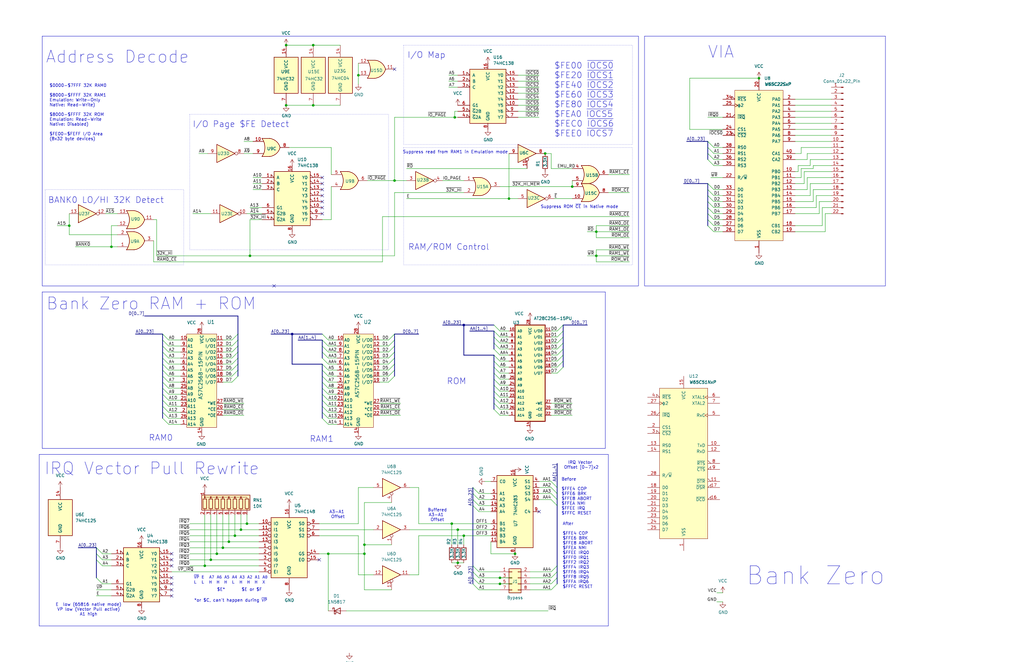
<source format=kicad_sch>
(kicad_sch (version 20231120) (generator "eeschema") (generator_version "8.0")
  (paper "B")
  (junction (at 193.04 237.49))
  (junction (at 217.17 233.68))
  (junction (at 251.46 107.95))
  (junction (at 195.58 226.06))
  (junction (at 123.19 140.97))
  (junction (at 101.6 223.52))
  (junction (at 195.58 137.16))
  (junction (at 251.46 97.79))
  (junction (at 99.06 226.06))
  (junction (at 190.5 220.98))
  (junction (at 93.98 231.14))
  (junction (at 320.04 33.02))
  (junction (at 132.08 44.45))
  (junction (at 241.3 78.74))
  (junction (at 104.14 220.98))
  (junction (at 229.87 64.77))
  (junction (at 132.08 19.05))
  (junction (at 88.9 236.22))
  (junction (at 166.37 76.2))
  (junction (at 120.65 44.45))
  (junction (at 151.13 31.75))
  (junction (at 91.44 233.68))
  (junction (at 193.04 223.52))
  (junction (at 96.52 228.6))
  (junction (at 153.67 229.87))
  (junction (at 86.36 238.76))
  (junction (at 105.41 107.95))
  (junction (at 120.65 19.05))
  (junction (at 191.77 49.53))
  (junction (at 29.21 95.25))
  (junction (at 210.82 246.38))
  (junction (at 214.63 83.82))
  (junction (at 46.99 104.14))
  (junction (at 210.82 243.84))
  (junction (at 153.67 233.68))
  (junction (at 138.43 233.68))
  (no_connect (at 72.39 246.38))
  (no_connect (at 135.89 87.63))
  (no_connect (at 72.39 238.76))
  (no_connect (at 115.57 120.65))
  (no_connect (at 135.89 90.17))
  (no_connect (at 227.33 215.9))
  (no_connect (at 135.89 77.47))
  (no_connect (at 72.39 236.22))
  (no_connect (at 134.62 236.22))
  (no_connect (at 72.39 233.68))
  (no_connect (at 135.89 74.93))
  (no_connect (at 72.39 243.84))
  (no_connect (at 135.89 85.09))
  (no_connect (at 166.37 29.21))
  (no_connect (at 135.89 80.01))
  (no_connect (at 72.39 251.46))
  (no_connect (at 135.89 82.55))
  (no_connect (at 72.39 248.92))
  (bus_entry (at 298.45 64.77) (size 2.54 2.54))
  (bus_entry (at 208.28 147.32) (size 2.54 2.54))
  (bus_entry (at 234.95 243.84) (size -2.54 2.54))
  (bus_entry (at 298.45 87.63) (size 2.54 2.54))
  (bus_entry (at 68.58 158.75) (size 2.54 2.54))
  (bus_entry (at 135.89 171.45) (size 2.54 2.54))
  (bus_entry (at 68.58 151.13) (size 2.54 2.54))
  (bus_entry (at 237.49 152.4) (size -2.54 2.54))
  (bus_entry (at 135.89 153.67) (size 2.54 2.54))
  (bus_entry (at 68.58 163.83) (size 2.54 2.54))
  (bus_entry (at 135.89 166.37) (size 2.54 2.54))
  (bus_entry (at 234.95 246.38) (size -2.54 2.54))
  (bus_entry (at 199.39 213.36) (size 2.54 2.54))
  (bus_entry (at 40.64 236.22) (size 2.54 2.54))
  (bus_entry (at 199.39 208.28) (size 2.54 2.54))
  (bus_entry (at 68.58 156.21) (size 2.54 2.54))
  (bus_entry (at 135.89 163.83) (size 2.54 2.54))
  (bus_entry (at 68.58 173.99) (size 2.54 2.54))
  (bus_entry (at 166.37 148.59) (size -2.54 2.54))
  (bus_entry (at 298.45 90.17) (size 2.54 2.54))
  (bus_entry (at 100.33 146.05) (size -2.54 2.54))
  (bus_entry (at 234.95 213.36) (size -2.54 -2.54))
  (bus_entry (at 166.37 146.05) (size -2.54 2.54))
  (bus_entry (at 68.58 166.37) (size 2.54 2.54))
  (bus_entry (at 237.49 142.24) (size -2.54 2.54))
  (bus_entry (at 135.89 158.75) (size 2.54 2.54))
  (bus_entry (at 208.28 137.16) (size 2.54 2.54))
  (bus_entry (at 298.45 59.69) (size 2.54 2.54))
  (bus_entry (at 208.28 160.02) (size 2.54 2.54))
  (bus_entry (at 135.89 168.91) (size 2.54 2.54))
  (bus_entry (at 199.39 205.74) (size 2.54 2.54))
  (bus_entry (at 40.64 233.68) (size 2.54 2.54))
  (bus_entry (at 135.89 161.29) (size 2.54 2.54))
  (bus_entry (at 298.45 95.25) (size 2.54 2.54))
  (bus_entry (at 298.45 62.23) (size 2.54 2.54))
  (bus_entry (at 68.58 143.51) (size 2.54 2.54))
  (bus_entry (at 237.49 154.94) (size -2.54 2.54))
  (bus_entry (at 68.58 168.91) (size 2.54 2.54))
  (bus_entry (at 100.33 156.21) (size -2.54 2.54))
  (bus_entry (at 234.95 205.74) (size -2.54 -2.54))
  (bus_entry (at 237.49 147.32) (size -2.54 2.54))
  (bus_entry (at 234.95 210.82) (size -2.54 -2.54))
  (bus_entry (at 100.33 153.67) (size -2.54 2.54))
  (bus_entry (at 40.64 243.84) (size 2.54 2.54))
  (bus_entry (at 135.89 140.97) (size 2.54 2.54))
  (bus_entry (at 135.89 146.05) (size 2.54 2.54))
  (bus_entry (at 199.39 241.3) (size 2.54 2.54))
  (bus_entry (at 68.58 140.97) (size 2.54 2.54))
  (bus_entry (at 68.58 161.29) (size 2.54 2.54))
  (bus_entry (at 208.28 142.24) (size 2.54 2.54))
  (bus_entry (at 234.95 238.76) (size -2.54 2.54))
  (bus_entry (at 298.45 82.55) (size 2.54 2.54))
  (bus_entry (at 208.28 162.56) (size 2.54 2.54))
  (bus_entry (at 298.45 77.47) (size 2.54 2.54))
  (bus_entry (at 208.28 172.72) (size 2.54 2.54))
  (bus_entry (at 68.58 146.05) (size 2.54 2.54))
  (bus_entry (at 166.37 153.67) (size -2.54 2.54))
  (bus_entry (at 208.28 144.78) (size 2.54 2.54))
  (bus_entry (at 68.58 176.53) (size 2.54 2.54))
  (bus_entry (at 298.45 92.71) (size 2.54 2.54))
  (bus_entry (at 40.64 231.14) (size 2.54 2.54))
  (bus_entry (at 208.28 139.7) (size 2.54 2.54))
  (bus_entry (at 208.28 170.18) (size 2.54 2.54))
  (bus_entry (at 68.58 148.59) (size 2.54 2.54))
  (bus_entry (at 100.33 140.97) (size -2.54 2.54))
  (bus_entry (at 234.95 241.3) (size -2.54 2.54))
  (bus_entry (at 208.28 167.64) (size 2.54 2.54))
  (bus_entry (at 298.45 80.01) (size 2.54 2.54))
  (bus_entry (at 199.39 243.84) (size 2.54 2.54))
  (bus_entry (at 237.49 137.16) (size -2.54 2.54))
  (bus_entry (at 166.37 143.51) (size -2.54 2.54))
  (bus_entry (at 100.33 143.51) (size -2.54 2.54))
  (bus_entry (at 234.95 208.28) (size -2.54 -2.54))
  (bus_entry (at 199.39 238.76) (size 2.54 2.54))
  (bus_entry (at 135.89 151.13) (size 2.54 2.54))
  (bus_entry (at 68.58 153.67) (size 2.54 2.54))
  (bus_entry (at 100.33 158.75) (size -2.54 2.54))
  (bus_entry (at 208.28 157.48) (size 2.54 2.54))
  (bus_entry (at 199.39 210.82) (size 2.54 2.54))
  (bus_entry (at 298.45 85.09) (size 2.54 2.54))
  (bus_entry (at 135.89 148.59) (size 2.54 2.54))
  (bus_entry (at 199.39 246.38) (size 2.54 2.54))
  (bus_entry (at 100.33 148.59) (size -2.54 2.54))
  (bus_entry (at 166.37 158.75) (size -2.54 2.54))
  (bus_entry (at 237.49 149.86) (size -2.54 2.54))
  (bus_entry (at 166.37 156.21) (size -2.54 2.54))
  (bus_entry (at 208.28 154.94) (size 2.54 2.54))
  (bus_entry (at 100.33 151.13) (size -2.54 2.54))
  (bus_entry (at 135.89 156.21) (size 2.54 2.54))
  (bus_entry (at 208.28 165.1) (size 2.54 2.54))
  (bus_entry (at 237.49 144.78) (size -2.54 2.54))
  (bus_entry (at 135.89 173.99) (size 2.54 2.54))
  (bus_entry (at 166.37 151.13) (size -2.54 2.54))
  (bus_entry (at 68.58 171.45) (size 2.54 2.54))
  (bus_entry (at 135.89 176.53) (size 2.54 2.54))
  (bus_entry (at 135.89 143.51) (size 2.54 2.54))
  (bus_entry (at 208.28 149.86) (size 2.54 2.54))
  (bus_entry (at 298.45 67.31) (size 2.54 2.54))
  (bus_entry (at 166.37 140.97) (size -2.54 2.54))
  (bus_entry (at 208.28 152.4) (size 2.54 2.54))
  (bus_entry (at 237.49 139.7) (size -2.54 2.54))
  (bus (pts (xy 100.33 146.05) (xy 100.33 148.59)))
  (wire (pts (xy 210.82 243.84) (xy 215.9 243.84)))
  (bus (pts (xy 123.19 153.67) (xy 135.89 153.67)))
  (wire (pts (xy 93.98 143.51) (xy 97.79 143.51)))
  (bus (pts (xy 234.95 195.58) (xy 234.95 205.74)))
  (wire (pts (xy 153.67 229.87) (xy 153.67 233.68)))
  (wire (pts (xy 81.28 90.17) (xy 88.9 90.17)))
  (wire (pts (xy 299.72 74.93) (xy 304.8 74.93)))
  (wire (pts (xy 304.8 82.55) (xy 300.99 82.55)))
  (wire (pts (xy 210.82 139.7) (xy 214.63 139.7)))
  (wire (pts (xy 347.98 90.17) (xy 350.52 90.17)))
  (wire (pts (xy 71.12 176.53) (xy 76.2 176.53)))
  (wire (pts (xy 335.28 74.93) (xy 337.82 74.93)))
  (bus (pts (xy 100.33 133.35) (xy 100.33 140.97)))
  (wire (pts (xy 247.65 97.79) (xy 251.46 97.79)))
  (wire (pts (xy 195.58 226.06) (xy 195.58 229.87)))
  (bus (pts (xy 234.95 210.82) (xy 234.95 208.28)))
  (wire (pts (xy 190.5 220.98) (xy 207.01 220.98)))
  (bus (pts (xy 234.95 238.76) (xy 234.95 241.3)))
  (wire (pts (xy 346.71 95.25) (xy 346.71 87.63)))
  (wire (pts (xy 335.28 95.25) (xy 346.71 95.25)))
  (bus (pts (xy 208.28 170.18) (xy 208.28 172.72)))
  (wire (pts (xy 171.45 83.82) (xy 214.63 83.82)))
  (wire (pts (xy 172.72 242.57) (xy 176.53 242.57)))
  (wire (pts (xy 214.63 64.77) (xy 214.63 83.82)))
  (wire (pts (xy 151.13 220.98) (xy 151.13 205.74)))
  (wire (pts (xy 176.53 205.74) (xy 176.53 220.98)))
  (wire (pts (xy 189.23 36.83) (xy 193.04 36.83)))
  (wire (pts (xy 251.46 105.41) (xy 251.46 107.95)))
  (bus (pts (xy 298.45 90.17) (xy 298.45 92.71)))
  (wire (pts (xy 190.5 237.49) (xy 193.04 237.49)))
  (wire (pts (xy 93.98 158.75) (xy 97.79 158.75)))
  (wire (pts (xy 191.77 49.53) (xy 193.04 49.53)))
  (wire (pts (xy 342.9 85.09) (xy 342.9 80.01)))
  (wire (pts (xy 93.98 161.29) (xy 97.79 161.29)))
  (bus (pts (xy 40.64 233.68) (xy 40.64 231.14)))
  (bus (pts (xy 33.02 231.14) (xy 40.64 231.14)))
  (wire (pts (xy 210.82 152.4) (xy 214.63 152.4)))
  (wire (pts (xy 138.43 161.29) (xy 142.24 161.29)))
  (bus (pts (xy 237.49 142.24) (xy 237.49 144.78)))
  (bus (pts (xy 234.95 241.3) (xy 234.95 243.84)))
  (wire (pts (xy 304.8 95.25) (xy 300.99 95.25)))
  (wire (pts (xy 93.98 148.59) (xy 97.79 148.59)))
  (bus (pts (xy 298.45 80.01) (xy 298.45 82.55)))
  (wire (pts (xy 191.77 46.99) (xy 191.77 49.53)))
  (wire (pts (xy 210.82 144.78) (xy 214.63 144.78)))
  (wire (pts (xy 232.41 152.4) (xy 234.95 152.4)))
  (wire (pts (xy 232.41 203.2) (xy 227.33 203.2)))
  (wire (pts (xy 101.6 217.17) (xy 101.6 223.52)))
  (bus (pts (xy 298.45 77.47) (xy 298.45 80.01)))
  (wire (pts (xy 335.28 64.77) (xy 337.82 64.77)))
  (bus (pts (xy 208.28 147.32) (xy 208.28 144.78)))
  (wire (pts (xy 207.01 208.28) (xy 201.93 208.28)))
  (wire (pts (xy 86.36 217.17) (xy 86.36 238.76)))
  (bus (pts (xy 68.58 173.99) (xy 68.58 176.53)))
  (wire (pts (xy 104.14 217.17) (xy 104.14 220.98)))
  (wire (pts (xy 335.28 77.47) (xy 339.09 77.47)))
  (bus (pts (xy 186.69 137.16) (xy 195.58 137.16)))
  (wire (pts (xy 44.45 90.17) (xy 49.53 90.17)))
  (bus (pts (xy 237.49 152.4) (xy 237.49 154.94)))
  (bus (pts (xy 237.49 147.32) (xy 237.49 149.86)))
  (bus (pts (xy 40.64 236.22) (xy 40.64 233.68)))
  (wire (pts (xy 344.17 82.55) (xy 350.52 82.55)))
  (wire (pts (xy 232.41 149.86) (xy 234.95 149.86)))
  (wire (pts (xy 91.44 233.68) (xy 109.22 233.68)))
  (bus (pts (xy 135.89 158.75) (xy 135.89 156.21)))
  (wire (pts (xy 154.94 76.2) (xy 166.37 76.2)))
  (wire (pts (xy 172.72 223.52) (xy 193.04 223.52)))
  (bus (pts (xy 100.33 153.67) (xy 100.33 156.21)))
  (bus (pts (xy 298.45 64.77) (xy 298.45 67.31)))
  (wire (pts (xy 71.12 161.29) (xy 76.2 161.29)))
  (wire (pts (xy 168.91 172.72) (xy 160.02 172.72)))
  (wire (pts (xy 218.44 46.99) (xy 227.33 46.99)))
  (wire (pts (xy 335.28 49.53) (xy 350.52 49.53)))
  (wire (pts (xy 232.41 157.48) (xy 234.95 157.48)))
  (wire (pts (xy 134.62 226.06) (xy 151.13 226.06)))
  (wire (pts (xy 232.41 208.28) (xy 227.33 208.28)))
  (wire (pts (xy 218.44 31.75) (xy 227.33 31.75)))
  (wire (pts (xy 251.46 100.33) (xy 265.43 100.33)))
  (wire (pts (xy 88.9 236.22) (xy 109.22 236.22)))
  (wire (pts (xy 300.99 64.77) (xy 304.8 64.77)))
  (wire (pts (xy 99.06 226.06) (xy 109.22 226.06)))
  (bus (pts (xy 208.28 165.1) (xy 208.28 162.56)))
  (wire (pts (xy 80.01 233.68) (xy 91.44 233.68)))
  (wire (pts (xy 151.13 205.74) (xy 157.48 205.74)))
  (wire (pts (xy 201.93 248.92) (xy 210.82 248.92)))
  (bus (pts (xy 199.39 246.38) (xy 199.39 243.84)))
  (wire (pts (xy 43.18 246.38) (xy 46.99 246.38)))
  (bus (pts (xy 68.58 171.45) (xy 68.58 168.91)))
  (wire (pts (xy 210.82 172.72) (xy 214.63 172.72)))
  (wire (pts (xy 151.13 226.06) (xy 151.13 242.57)))
  (wire (pts (xy 345.44 85.09) (xy 350.52 85.09)))
  (wire (pts (xy 207.01 228.6) (xy 207.01 233.68)))
  (wire (pts (xy 80.01 228.6) (xy 96.52 228.6)))
  (bus (pts (xy 135.89 173.99) (xy 135.89 171.45)))
  (bus (pts (xy 135.89 173.99) (xy 135.89 176.53)))
  (wire (pts (xy 335.28 41.91) (xy 350.52 41.91)))
  (bus (pts (xy 195.58 137.16) (xy 208.28 137.16)))
  (wire (pts (xy 300.99 62.23) (xy 304.8 62.23)))
  (wire (pts (xy 193.04 237.49) (xy 195.58 237.49)))
  (wire (pts (xy 207.01 215.9) (xy 201.93 215.9)))
  (wire (pts (xy 176.53 226.06) (xy 195.58 226.06)))
  (wire (pts (xy 88.9 217.17) (xy 88.9 236.22)))
  (wire (pts (xy 64.77 110.49) (xy 161.29 110.49)))
  (wire (pts (xy 304.8 97.79) (xy 300.99 97.79)))
  (wire (pts (xy 29.21 95.25) (xy 29.21 90.17)))
  (wire (pts (xy 71.12 153.67) (xy 76.2 153.67)))
  (wire (pts (xy 345.44 90.17) (xy 345.44 85.09)))
  (bus (pts (xy 234.95 213.36) (xy 234.95 238.76)))
  (bus (pts (xy 100.33 156.21) (xy 100.33 158.75)))
  (wire (pts (xy 106.68 80.01) (xy 110.49 80.01)))
  (wire (pts (xy 99.06 217.17) (xy 99.06 226.06)))
  (wire (pts (xy 210.82 149.86) (xy 214.63 149.86)))
  (wire (pts (xy 138.43 168.91) (xy 142.24 168.91)))
  (wire (pts (xy 241.3 170.18) (xy 232.41 170.18)))
  (wire (pts (xy 71.12 143.51) (xy 76.2 143.51)))
  (bus (pts (xy 199.39 213.36) (xy 199.39 210.82)))
  (bus (pts (xy 166.37 140.97) (xy 166.37 143.51)))
  (wire (pts (xy 43.18 233.68) (xy 46.99 233.68)))
  (wire (pts (xy 232.41 154.94) (xy 234.95 154.94)))
  (wire (pts (xy 40.64 251.46) (xy 46.99 251.46)))
  (wire (pts (xy 232.41 205.74) (xy 227.33 205.74)))
  (wire (pts (xy 43.18 238.76) (xy 46.99 238.76)))
  (bus (pts (xy 68.58 163.83) (xy 68.58 161.29)))
  (wire (pts (xy 66.04 107.95) (xy 66.04 92.71)))
  (wire (pts (xy 102.87 64.77) (xy 106.68 64.77)))
  (wire (pts (xy 134.62 223.52) (xy 157.48 223.52)))
  (bus (pts (xy 68.58 153.67) (xy 68.58 151.13)))
  (wire (pts (xy 176.53 242.57) (xy 176.53 226.06)))
  (wire (pts (xy 105.41 92.71) (xy 105.41 107.95)))
  (bus (pts (xy 176.53 140.97) (xy 166.37 140.97)))
  (wire (pts (xy 232.41 142.24) (xy 234.95 142.24)))
  (wire (pts (xy 193.04 223.52) (xy 193.04 229.87)))
  (wire (pts (xy 233.68 83.82) (xy 241.3 83.82)))
  (wire (pts (xy 210.82 142.24) (xy 214.63 142.24)))
  (bus (pts (xy 68.58 151.13) (xy 68.58 148.59)))
  (wire (pts (xy 172.72 205.74) (xy 176.53 205.74)))
  (wire (pts (xy 342.9 80.01) (xy 350.52 80.01)))
  (wire (pts (xy 186.69 76.2) (xy 195.58 76.2)))
  (wire (pts (xy 46.99 95.25) (xy 49.53 95.25)))
  (wire (pts (xy 210.82 162.56) (xy 214.63 162.56)))
  (wire (pts (xy 160.02 148.59) (xy 163.83 148.59)))
  (wire (pts (xy 335.28 80.01) (xy 340.36 80.01)))
  (wire (pts (xy 151.13 242.57) (xy 157.48 242.57)))
  (wire (pts (xy 210.82 170.18) (xy 214.63 170.18)))
  (wire (pts (xy 134.62 233.68) (xy 138.43 233.68)))
  (wire (pts (xy 340.36 80.01) (xy 340.36 74.93)))
  (bus (pts (xy 100.33 148.59) (xy 100.33 151.13)))
  (wire (pts (xy 93.98 153.67) (xy 97.79 153.67)))
  (wire (pts (xy 207.01 210.82) (xy 201.93 210.82)))
  (wire (pts (xy 93.98 146.05) (xy 97.79 146.05)))
  (bus (pts (xy 234.95 205.74) (xy 234.95 208.28)))
  (bus (pts (xy 198.12 139.7) (xy 208.28 139.7)))
  (wire (pts (xy 340.36 74.93) (xy 350.52 74.93)))
  (wire (pts (xy 132.08 19.05) (xy 143.51 19.05)))
  (wire (pts (xy 251.46 100.33) (xy 251.46 97.79)))
  (wire (pts (xy 341.63 67.31) (xy 350.52 67.31)))
  (wire (pts (xy 139.7 73.66) (xy 139.7 62.23)))
  (wire (pts (xy 218.44 39.37) (xy 227.33 39.37)))
  (bus (pts (xy 199.39 205.74) (xy 199.39 208.28)))
  (wire (pts (xy 341.63 69.85) (xy 341.63 67.31)))
  (wire (pts (xy 46.99 104.14) (xy 49.53 104.14)))
  (wire (pts (xy 335.28 85.09) (xy 342.9 85.09)))
  (wire (pts (xy 337.82 62.23) (xy 350.52 62.23)))
  (wire (pts (xy 300.99 69.85) (xy 304.8 69.85)))
  (wire (pts (xy 104.14 220.98) (xy 109.22 220.98)))
  (bus (pts (xy 68.58 168.91) (xy 68.58 166.37)))
  (bus (pts (xy 199.39 210.82) (xy 199.39 208.28)))
  (wire (pts (xy 171.45 71.12) (xy 222.25 71.12)))
  (bus (pts (xy 237.49 137.16) (xy 237.49 139.7)))
  (wire (pts (xy 71.12 163.83) (xy 76.2 163.83)))
  (wire (pts (xy 335.28 44.45) (xy 350.52 44.45)))
  (wire (pts (xy 71.12 156.21) (xy 76.2 156.21)))
  (bus (pts (xy 68.58 146.05) (xy 68.58 143.51)))
  (wire (pts (xy 340.36 67.31) (xy 340.36 64.77)))
  (wire (pts (xy 337.82 74.93) (xy 337.82 71.12)))
  (wire (pts (xy 251.46 105.41) (xy 265.43 105.41)))
  (wire (pts (xy 335.28 72.39) (xy 336.55 72.39)))
  (wire (pts (xy 151.13 26.67) (xy 151.13 31.75)))
  (wire (pts (xy 29.21 99.06) (xy 49.53 99.06)))
  (wire (pts (xy 138.43 148.59) (xy 142.24 148.59)))
  (wire (pts (xy 166.37 81.28) (xy 195.58 81.28)))
  (wire (pts (xy 176.53 220.98) (xy 190.5 220.98)))
  (wire (pts (xy 336.55 69.85) (xy 341.63 69.85)))
  (wire (pts (xy 304.8 54.61) (xy 290.83 54.61)))
  (wire (pts (xy 302.26 254) (xy 304.8 254)))
  (wire (pts (xy 105.41 92.71) (xy 110.49 92.71)))
  (bus (pts (xy 208.28 160.02) (xy 208.28 157.48)))
  (bus (pts (xy 195.58 149.86) (xy 208.28 149.86)))
  (wire (pts (xy 146.05 257.81) (xy 231.14 257.81)))
  (bus (pts (xy 237.49 149.86) (xy 237.49 152.4)))
  (bus (pts (xy 288.29 77.47) (xy 298.45 77.47)))
  (bus (pts (xy 166.37 153.67) (xy 166.37 156.21)))
  (wire (pts (xy 210.82 167.64) (xy 214.63 167.64)))
  (wire (pts (xy 106.68 77.47) (xy 110.49 77.47)))
  (wire (pts (xy 160.02 151.13) (xy 163.83 151.13)))
  (wire (pts (xy 195.58 226.06) (xy 207.01 226.06)))
  (bus (pts (xy 298.45 82.55) (xy 298.45 85.09)))
  (wire (pts (xy 134.62 220.98) (xy 151.13 220.98)))
  (wire (pts (xy 304.8 92.71) (xy 300.99 92.71)))
  (bus (pts (xy 68.58 148.59) (xy 68.58 146.05)))
  (wire (pts (xy 153.67 229.87) (xy 165.1 229.87)))
  (wire (pts (xy 101.6 223.52) (xy 109.22 223.52)))
  (wire (pts (xy 31.75 104.14) (xy 46.99 104.14)))
  (wire (pts (xy 335.28 54.61) (xy 350.52 54.61)))
  (wire (pts (xy 71.12 148.59) (xy 76.2 148.59)))
  (wire (pts (xy 189.23 31.75) (xy 193.04 31.75)))
  (bus (pts (xy 208.28 157.48) (xy 208.28 154.94)))
  (bus (pts (xy 289.56 59.69) (xy 298.45 59.69)))
  (bus (pts (xy 237.49 139.7) (xy 237.49 142.24)))
  (wire (pts (xy 232.41 246.38) (xy 223.52 246.38)))
  (wire (pts (xy 166.37 76.2) (xy 171.45 76.2)))
  (wire (pts (xy 304.8 85.09) (xy 300.99 85.09)))
  (wire (pts (xy 304.8 80.01) (xy 300.99 80.01)))
  (bus (pts (xy 135.89 166.37) (xy 135.89 163.83)))
  (wire (pts (xy 339.09 77.47) (xy 339.09 72.39)))
  (wire (pts (xy 256.54 73.66) (xy 265.43 73.66)))
  (wire (pts (xy 290.83 54.61) (xy 290.83 33.02)))
  (bus (pts (xy 166.37 148.59) (xy 166.37 151.13)))
  (wire (pts (xy 135.89 92.71) (xy 139.7 92.71)))
  (wire (pts (xy 132.08 44.45) (xy 143.51 44.45)))
  (wire (pts (xy 232.41 64.77) (xy 229.87 64.77)))
  (wire (pts (xy 43.18 236.22) (xy 46.99 236.22)))
  (wire (pts (xy 71.12 146.05) (xy 76.2 146.05)))
  (bus (pts (xy 135.89 168.91) (xy 135.89 166.37)))
  (wire (pts (xy 335.28 87.63) (xy 344.17 87.63)))
  (bus (pts (xy 68.58 166.37) (xy 68.58 163.83)))
  (wire (pts (xy 46.99 95.25) (xy 46.99 104.14)))
  (wire (pts (xy 193.04 223.52) (xy 207.01 223.52)))
  (wire (pts (xy 241.3 172.72) (xy 232.41 172.72)))
  (wire (pts (xy 96.52 228.6) (xy 109.22 228.6)))
  (wire (pts (xy 165.1 212.09) (xy 153.67 212.09)))
  (wire (pts (xy 342.9 69.85) (xy 350.52 69.85)))
  (wire (pts (xy 302.26 250.19) (xy 304.8 250.19)))
  (wire (pts (xy 304.8 87.63) (xy 300.99 87.63)))
  (wire (pts (xy 104.14 90.17) (xy 110.49 90.17)))
  (wire (pts (xy 93.98 217.17) (xy 93.98 231.14)))
  (wire (pts (xy 121.92 62.23) (xy 139.7 62.23)))
  (wire (pts (xy 189.23 34.29) (xy 193.04 34.29)))
  (bus (pts (xy 135.89 151.13) (xy 135.89 148.59)))
  (wire (pts (xy 93.98 231.14) (xy 109.22 231.14)))
  (bus (pts (xy 166.37 143.51) (xy 166.37 146.05)))
  (wire (pts (xy 341.63 77.47) (xy 350.52 77.47)))
  (bus (pts (xy 100.33 143.51) (xy 100.33 146.05)))
  (wire (pts (xy 71.12 173.99) (xy 76.2 173.99)))
  (wire (pts (xy 207.01 213.36) (xy 201.93 213.36)))
  (bus (pts (xy 298.45 59.69) (xy 298.45 62.23)))
  (wire (pts (xy 93.98 172.72) (xy 102.87 172.72)))
  (bus (pts (xy 166.37 146.05) (xy 166.37 148.59)))
  (wire (pts (xy 232.41 248.92) (xy 223.52 248.92)))
  (bus (pts (xy 237.49 144.78) (xy 237.49 147.32)))
  (wire (pts (xy 105.41 87.63) (xy 110.49 87.63)))
  (wire (pts (xy 232.41 71.12) (xy 241.3 71.12)))
  (wire (pts (xy 71.12 166.37) (xy 76.2 166.37)))
  (wire (pts (xy 40.64 248.92) (xy 46.99 248.92)))
  (wire (pts (xy 232.41 64.77) (xy 232.41 71.12)))
  (wire (pts (xy 241.3 175.26) (xy 232.41 175.26)))
  (wire (pts (xy 24.13 95.25) (xy 29.21 95.25)))
  (wire (pts (xy 232.41 241.3) (xy 223.52 241.3)))
  (wire (pts (xy 120.65 19.05) (xy 132.08 19.05)))
  (wire (pts (xy 139.7 78.74) (xy 139.7 92.71)))
  (wire (pts (xy 290.83 33.02) (xy 320.04 33.02)))
  (wire (pts (xy 80.01 231.14) (xy 93.98 231.14)))
  (wire (pts (xy 251.46 97.79) (xy 265.43 97.79)))
  (wire (pts (xy 71.12 158.75) (xy 76.2 158.75)))
  (wire (pts (xy 160.02 158.75) (xy 163.83 158.75)))
  (bus (pts (xy 135.89 146.05) (xy 135.89 143.51)))
  (bus (pts (xy 208.28 142.24) (xy 208.28 139.7)))
  (wire (pts (xy 120.65 44.45) (xy 132.08 44.45)))
  (wire (pts (xy 166.37 49.53) (xy 191.77 49.53)))
  (bus (pts (xy 166.37 156.21) (xy 166.37 158.75)))
  (wire (pts (xy 71.12 151.13) (xy 76.2 151.13)))
  (wire (pts (xy 251.46 110.49) (xy 265.43 110.49)))
  (wire (pts (xy 80.01 238.76) (xy 86.36 238.76)))
  (wire (pts (xy 166.37 49.53) (xy 166.37 76.2)))
  (wire (pts (xy 344.17 87.63) (xy 344.17 82.55)))
  (bus (pts (xy 208.28 167.64) (xy 208.28 165.1)))
  (wire (pts (xy 105.41 107.95) (xy 166.37 107.95)))
  (wire (pts (xy 218.44 49.53) (xy 227.33 49.53)))
  (wire (pts (xy 218.44 44.45) (xy 227.33 44.45)))
  (wire (pts (xy 214.63 83.82) (xy 218.44 83.82)))
  (wire (pts (xy 335.28 52.07) (xy 350.52 52.07)))
  (wire (pts (xy 335.28 90.17) (xy 345.44 90.17)))
  (bus (pts (xy 247.65 137.16) (xy 237.49 137.16)))
  (wire (pts (xy 210.82 147.32) (xy 214.63 147.32)))
  (bus (pts (xy 298.45 92.71) (xy 298.45 95.25)))
  (wire (pts (xy 251.46 97.79) (xy 251.46 95.25)))
  (wire (pts (xy 335.28 59.69) (xy 350.52 59.69)))
  (wire (pts (xy 193.04 46.99) (xy 191.77 46.99)))
  (wire (pts (xy 210.82 157.48) (xy 214.63 157.48)))
  (wire (pts (xy 96.52 217.17) (xy 96.52 228.6)))
  (wire (pts (xy 251.46 107.95) (xy 251.46 110.49)))
  (wire (pts (xy 190.5 220.98) (xy 190.5 229.87)))
  (wire (pts (xy 71.12 179.07) (xy 76.2 179.07)))
  (wire (pts (xy 138.43 173.99) (xy 142.24 173.99)))
  (wire (pts (xy 204.47 203.2) (xy 207.01 203.2)))
  (wire (pts (xy 138.43 176.53) (xy 142.24 176.53)))
  (wire (pts (xy 80.01 226.06) (xy 99.06 226.06)))
  (wire (pts (xy 80.01 236.22) (xy 88.9 236.22)))
  (wire (pts (xy 335.28 67.31) (xy 340.36 67.31)))
  (wire (pts (xy 160.02 161.29) (xy 163.83 161.29)))
  (bus (pts (xy 135.89 156.21) (xy 135.89 153.67)))
  (wire (pts (xy 210.82 154.94) (xy 214.63 154.94)))
  (wire (pts (xy 138.43 156.21) (xy 142.24 156.21)))
  (wire (pts (xy 138.43 166.37) (xy 142.24 166.37)))
  (wire (pts (xy 342.9 71.12) (xy 342.9 69.85)))
  (wire (pts (xy 335.28 46.99) (xy 350.52 46.99)))
  (wire (pts (xy 93.98 175.26) (xy 102.87 175.26)))
  (wire (pts (xy 251.46 107.95) (xy 265.43 107.95)))
  (wire (pts (xy 217.17 233.68) (xy 207.01 233.68)))
  (wire (pts (xy 201.93 241.3) (xy 210.82 241.3)))
  (wire (pts (xy 80.01 220.98) (xy 104.14 220.98)))
  (bus (pts (xy 234.95 246.38) (xy 234.95 243.84)))
  (wire (pts (xy 232.41 243.84) (xy 223.52 243.84)))
  (bus (pts (xy 298.45 85.09) (xy 298.45 87.63)))
  (bus (pts (xy 298.45 62.23) (xy 298.45 64.77)))
  (wire (pts (xy 218.44 36.83) (xy 227.33 36.83)))
  (wire (pts (xy 337.82 64.77) (xy 337.82 62.23)))
  (wire (pts (xy 138.43 143.51) (xy 142.24 143.51)))
  (wire (pts (xy 160.02 146.05) (xy 163.83 146.05)))
  (wire (pts (xy 256.54 81.28) (xy 265.43 81.28)))
  (bus (pts (xy 114.3 140.97) (xy 123.19 140.97)))
  (bus (pts (xy 199.39 243.84) (xy 199.39 241.3)))
  (bus (pts (xy 40.64 236.22) (xy 40.64 243.84)))
  (bus (pts (xy 208.28 144.78) (xy 208.28 142.24)))
  (wire (pts (xy 83.82 64.77) (xy 87.63 64.77)))
  (wire (pts (xy 335.28 57.15) (xy 350.52 57.15)))
  (wire (pts (xy 210.82 165.1) (xy 214.63 165.1)))
  (bus (pts (xy 68.58 156.21) (xy 68.58 153.67)))
  (bus (pts (xy 298.45 87.63) (xy 298.45 90.17)))
  (wire (pts (xy 201.93 243.84) (xy 210.82 243.84)))
  (bus (pts (xy 68.58 143.51) (xy 68.58 140.97)))
  (wire (pts (xy 232.41 139.7) (xy 234.95 139.7)))
  (wire (pts (xy 210.82 78.74) (xy 241.3 78.74)))
  (wire (pts (xy 341.63 82.55) (xy 341.63 77.47)))
  (bus (pts (xy 68.58 173.99) (xy 68.58 171.45)))
  (wire (pts (xy 298.45 49.53) (xy 304.8 49.53)))
  (wire (pts (xy 160.02 143.51) (xy 163.83 143.51)))
  (wire (pts (xy 335.28 97.79) (xy 347.98 97.79)))
  (wire (pts (xy 160.02 156.21) (xy 163.83 156.21)))
  (wire (pts (xy 232.41 147.32) (xy 234.95 147.32)))
  (wire (pts (xy 339.09 72.39) (xy 350.52 72.39)))
  (bus (pts (xy 100.33 140.97) (xy 100.33 143.51)))
  (wire (pts (xy 336.55 72.39) (xy 336.55 69.85)))
  (wire (pts (xy 64.77 110.49) (xy 64.77 101.6)))
  (wire (pts (xy 218.44 41.91) (xy 227.33 41.91)))
  (wire (pts (xy 80.01 223.52) (xy 101.6 223.52)))
  (wire (pts (xy 93.98 151.13) (xy 97.79 151.13)))
  (wire (pts (xy 210.82 246.38) (xy 215.9 246.38)))
  (wire (pts (xy 72.39 241.3) (xy 109.22 241.3)))
  (wire (pts (xy 138.43 163.83) (xy 142.24 163.83)))
  (wire (pts (xy 346.71 87.63) (xy 350.52 87.63)))
  (wire (pts (xy 161.29 110.49) (xy 161.29 91.44)))
  (wire (pts (xy 153.67 233.68) (xy 153.67 248.92)))
  (wire (pts (xy 93.98 170.18) (xy 102.87 170.18)))
  (bus (pts (xy 199.39 213.36) (xy 199.39 238.76)))
  (bus (pts (xy 135.89 148.59) (xy 135.89 146.05)))
  (wire (pts (xy 166.37 107.95) (xy 166.37 81.28)))
  (bus (pts (xy 135.89 163.83) (xy 135.89 161.29)))
  (bus (pts (xy 208.28 152.4) (xy 208.28 149.86)))
  (wire (pts (xy 66.04 107.95) (xy 105.41 107.95)))
  (wire (pts (xy 138.43 179.07) (xy 142.24 179.07)))
  (bus (pts (xy 135.89 171.45) (xy 135.89 168.91)))
  (wire (pts (xy 168.91 175.26) (xy 160.02 175.26)))
  (wire (pts (xy 138.43 233.68) (xy 153.67 233.68)))
  (wire (pts (xy 335.28 82.55) (xy 341.63 82.55)))
  (wire (pts (xy 232.41 144.78) (xy 234.95 144.78)))
  (bus (pts (xy 135.89 161.29) (xy 135.89 158.75)))
  (bus (pts (xy 123.19 140.97) (xy 135.89 140.97)))
  (wire (pts (xy 138.43 171.45) (xy 142.24 171.45)))
  (wire (pts (xy 300.99 67.31) (xy 304.8 67.31)))
  (bus (pts (xy 100.33 151.13) (xy 100.33 153.67)))
  (wire (pts (xy 153.67 212.09) (xy 153.67 229.87)))
  (wire (pts (xy 91.44 217.17) (xy 91.44 233.68)))
  (wire (pts (xy 138.43 151.13) (xy 142.24 151.13)))
  (bus (pts (xy 123.19 140.97) (xy 123.19 153.67)))
  (bus (pts (xy 57.15 140.97) (xy 68.58 140.97)))
  (wire (pts (xy 218.44 34.29) (xy 227.33 34.29)))
  (wire (pts (xy 138.43 257.81) (xy 138.43 233.68)))
  (wire (pts (xy 153.67 248.92) (xy 165.1 248.92)))
  (wire (pts (xy 29.21 95.25) (xy 29.21 99.06)))
  (bus (pts (xy 208.28 170.18) (xy 208.28 167.64)))
  (wire (pts (xy 106.68 74.93) (xy 110.49 74.93)))
  (wire (pts (xy 161.29 91.44) (xy 265.43 91.44)))
  (wire (pts (xy 138.43 146.05) (xy 142.24 146.05)))
  (bus (pts (xy 166.37 151.13) (xy 166.37 153.67)))
  (wire (pts (xy 340.36 64.77) (xy 350.52 64.77)))
  (bus (pts (xy 68.58 161.29) (xy 68.58 158.75)))
  (wire (pts (xy 210.82 160.02) (xy 214.63 160.02)))
  (bus (pts (xy 199.39 238.76) (xy 199.39 241.3)))
  (bus (pts (xy 208.28 162.56) (xy 208.28 160.02)))
  (bus (pts (xy 60.96 133.35) (xy 100.33 133.35)))
  (wire (pts (xy 138.43 153.67) (xy 142.24 153.67)))
  (wire (pts (xy 251.46 95.25) (xy 265.43 95.25)))
  (bus (pts (xy 125.73 143.51) (xy 135.89 143.51)))
  (wire (pts (xy 71.12 168.91) (xy 76.2 168.91)))
  (wire (pts (xy 86.36 238.76) (xy 109.22 238.76)))
  (wire (pts (xy 337.82 71.12) (xy 342.9 71.12)))
  (bus (pts (xy 234.95 213.36) (xy 234.95 210.82)))
  (wire (pts (xy 66.04 92.71) (xy 64.77 92.71)))
  (wire (pts (xy 201.93 246.38) (xy 210.82 246.38)))
  (wire (pts (xy 138.43 158.75) (xy 142.24 158.75)))
  (wire (pts (xy 304.8 90.17) (xy 300.99 90.17)))
  (wire (pts (xy 151.13 31.75) (xy 151.13 35.56)))
  (wire (pts (xy 160.02 153.67) (xy 163.83 153.67)))
  (wire (pts (xy 247.65 107.95) (xy 251.46 107.95)))
  (wire (pts (xy 232.41 210.82) (xy 227.33 210.82)))
  (wire (pts (xy 168.91 170.18) (xy 160.02 170.18)))
  (wire (pts (xy 241.3 76.2) (xy 241.3 78.74)))
  (wire (pts (xy 347.98 97.79) (xy 347.98 90.17)))
  (wire (pts (xy 93.98 156.21) (xy 97.79 156.21)))
  (wire (pts (xy 102.87 59.69) (xy 106.68 59.69)))
  (bus (pts (xy 68.58 158.75) (xy 68.58 156.21)))
  (wire (pts (xy 71.12 171.45) (xy 76.2 171.45)))
  (wire (pts (xy 210.82 175.26) (xy 214.63 175.26)))
  (bus (pts (xy 195.58 137.16) (xy 195.58 149.86)))
  (bus (pts (xy 208.28 154.94) (xy 208.28 152.4)))
  (rectangle (start 19.05 80.01) (end 77.47 111.76) (stroke (width 0) (type dot)))
  (rectangle (start 170.18 19.05) (end 266.7 60.96) (stroke (width 0) (type dot)))
  (rectangle (start 17.78 123.19) (end 255.27 189.23))
  (rectangle (start 80.01 48.26) (end 163.83 105.41) (stroke (width 0) (type dot)))
  (rectangle (start 17.78 15.24) (end 269.24 120.65))
  (rectangle (start 170.18 62.23) (end 266.7 111.76) (stroke (width 0) (type dot)))
  (rectangle (start 271.78 15.24) (end 373.38 120.65))
  (rectangle (start 16.51 191.77) (end 256.54 264.16))
  (text "~{STRETCH_RQ} high" (at -67.056 115.57 0) (effects (font (size 1.27 1.27))))
  (text "$E or $F" (at 106.172 248.92 0) (effects (font (size 1.27 1.27))))
  (text "After\n\n$FFE4 COP\n$FFE6 BRK\n$FFE8 ABORT\n$FFEA NMI\n$FFEE IRQ0\n$FFF0 IRQ1\n$FFF2 IRQ2\n$FFF4 IRQ3\n$FFF6 IRQ4\n$FFF8 IRQ5\n$FFFA IRQ6\n$FFFC RESET" (at 237.236 234.442 0) (effects (font (size 1.27 1.27)) (justify left)))
  (text "IRQ Vector Pull Rewrite" (at 64.008 197.866 0) (effects (font (size 5.08 5.08))))
  (text "ROM\n" (at 192.532 161.036 0) (effects (font (size 2.54 2.54))))
  (text "~{STRETCH_RQ} high" (at -66.294 140.97 0) (effects (font (size 1.27 1.27))))
  (text "~{RAM1_CE} low\n~{RAM1_WE} low\n~{RAM1_OE} high" (at -39.878 97.536 0) (effects (font (size 1.27 1.27))))
  (text "A15 Low" (at -88.646 69.85 0) (effects (font (size 1.27 1.27))))
  (text "RAM0 Enabled" (at -66.04 70.104 0) (effects (font (size 1.27 1.27))))
  (text "R~{W} low (write)" (at -89.916 104.902 0) (effects (font (size 1.27 1.27))))
  (text "E  low (65816 native mode)\nVP low (Vector Pull active)\nA1 high\n" (at 37.338 257.302 0) (effects (font (size 1.27 1.27))))
  (text "RAM/ROM Control" (at 189.23 104.394 0) (effects (font (size 2.54 2.54))))
  (text "R~{W} high (read)" (at -90.932 128.016 0) (effects (font (size 1.27 1.27))))
  (text "Emulation Mode (E High)\n\n\n" (at -42.164 64.262 0) (effects (font (size 1.27 1.27))))
  (text "Buffered\nA3-A1 \nOffset" (at 184.404 217.424 0) (effects (font (size 1.27 1.27))))
  (text "A15 High" (at -90.932 125.222 0) (effects (font (size 1.27 1.27))))
  (text "Suppress ROM ~{CE} in Native mode" (at 244.348 87.376 0) (effects (font (size 1.27 1.27))))
  (text "Before\n\n$FFE4 COP\n$FFE6 BRK\n$FFE8 ABORT\n$FFEA NMI\n$FFEE IRQ\n$FFFC RESET" (at 236.728 209.55 0) (effects (font (size 1.27 1.27)) (justify left)))
  (text "~{RAM0_CE} low\n~{RAM0_WE} = R/~{W}\n~{RAM0_OE} = ~{R}/W\n" (at -42.418 75.692 0) (effects (font (size 1.27 1.27))))
  (text "RAM0 Enabled" (at -41.656 69.85 0) (effects (font (size 1.27 1.27))))
  (text "BANK0 LO/HI 32K Detect" (at 44.704 84.582 0) (effects (font (size 2.54 2.54))))
  (text "~{ROM_CE} low\n~{ROM_WE} low\n~{ROM_OE} high" (at -39.624 107.188 0) (effects (font (size 1.27 1.27))))
  (text "Address Decode" (at 49.53 24.13 0) (effects (font (size 5.08 5.08))))
  (text "~{RAM1_CE} low\n~{RAM1_WE} low\n~{RAM1_OE} high" (at -66.04 98.806 0) (effects (font (size 1.27 1.27))))
  (text "Bank Zero RAM + ROM" (at 63.754 128.27 0) (effects (font (size 5.08 5.08))))
  (text "~{RAM1_CE} low\n~{RAM1_WE} high\n~{RAM1_OE} low" (at -67.31 127.254 0) (effects (font (size 1.27 1.27))))
  (text "Assumes \nEEPROM\nwrite \nprotect" (at -28.194 106.68 0) (effects (font (size 1.27 1.27))))
  (text "$E*" (at 93.218 248.92 0) (effects (font (size 1.27 1.27))))
  (text "~{VP} E  A7 A6 A5 A4 A3 A2 A1 A0\nL  L  H  H  H  L  H  H  H  X\n" (at 81.788 245.364 0) (effects (font (size 1.27 1.27)) (justify left)))
  (text "VIA" (at 304.038 22.098 0) (effects (font (size 5.08 5.08))))
  (text "~{STRETCH_RQ} low" (at -40.894 141.478 0) (effects (font (size 1.27 1.27))))
  (text "~{ROM_CE} high" (at -66.294 82.042 0) (effects (font (size 1.27 1.27))))
  (text "$FE00 ~{IOCS0}\n$FE20 ~{IOCS1}\n$FE40 ~{IOCS2}\n$FE60 ~{IOCS3}\n$FE80 ~{IOCS4}\n$FEA0 ~{IOCS5}\n$FEC0 ~{IOCS6}\n$FEE0 ~{IOCS7}\n" (at 233.68 42.164 0) (effects (font (size 2.54 2.54)) (justify left)))
  (text "~{STRETCH_RQ} low" (at -39.624 115.062 0) (effects (font (size 1.27 1.27))))
  (text "~{ROM_CE} high\n~{ROM_WE} high\n~{ROM_OE} high" (at -67.564 108.712 0) (effects (font (size 1.27 1.27))))
  (text "Suppress read from RAM1 in Emulation mode" (at 192.024 64.262 0) (effects (font (size 1.27 1.27))))
  (text "RAM1" (at 135.636 185.42 0) (effects (font (size 2.54 2.54))))
  (text "~{ROM_CE} high" (at -40.132 81.28 0) (effects (font (size 1.27 1.27))))
  (text "Bank Zero" (at 343.916 243.078 0) (effects (font (size 7.62 7.62))))
  (text "A3-A1 \nOffset" (at 142.494 217.17 0) (effects (font (size 1.27 1.27))))
  (text "~{RAM1_CE} high" (at -66.802 85.09 0) (effects (font (size 1.27 1.27))))
  (text "I/O Map" (at 179.832 23.368 0) (effects (font (size 2.54 2.54))))
  (text "~{BANK0} and ~{CS0} Low (Board Enabled)" (at -59.436 49.784 0) (effects (font (size 2.54 2.54))))
  (text "~{ROM_CE} high\n~{ROM_WE} high\n~{ROM_OE} high" (at -67.31 135.382 0) (effects (font (size 1.27 1.27))))
  (text "I/O Page $FE Detect" (at 101.6 52.578 0) (effects (font (size 2.54 2.54))))
  (text "~{RAM0_CE} high" (at -39.878 92.71 0) (effects (font (size 1.27 1.27))))
  (text "~{ROM_CE} low\n~{ROM_WE} high\n~{ROM_OE} low" (at -40.894 134.874 0) (effects (font (size 1.27 1.27))))
  (text "~{RAM1_CE} high\n~{RAM1_WE} high\n~{RAM1_OE} high" (at -41.656 126.746 0) (effects (font (size 1.27 1.27))))
  (text "*or $C, can't happen during ~{VP}" (at 97.282 253.492 0) (effects (font (size 1.27 1.27))))
  (text "~{RAM1_CE} high" (at -40.64 84.836 0) (effects (font (size 1.27 1.27))))
  (text "Native Mode (E Low)" (at -66.548 62.23 0) (effects (font (size 1.27 1.27))))
  (text "$0000-$7FFF 32K RAM0\n\n$8000-$FFFF 32K RAM1 \nEmulation: Write-Only\nNative: Read-Write)\n\n$8000-$FFFF 32K ROM  \nEmulation: Read-Write\nNative: Disabled)\n\n$FE00-$FEFF I/O Area \n(8x32 byte devices)" (at 20.828 47.498 0) (effects (font (size 1.27 1.27)) (justify left)))
  (text "RAM0" (at 67.818 184.912 0) (effects (font (size 2.54 2.54))))
  (text "IRQ Vector \nOffset [0-7]x2" (at 245.11 196.342 0) (effects (font (size 1.27 1.27))))
  (text "~{RAM0_CE} high" (at -66.294 93.472 0) (effects (font (size 1.27 1.27))))
  (text "A15 High" (at -89.916 102.108 0) (effects (font (size 1.27 1.27))))
  (text "~{RAM0_CE} low\n~{RAM0_WE} = R/~{W}\n~{RAM0_OE} = ~{R}/W\n" (at -66.548 76.2 0) (effects (font (size 1.27 1.27))))
  (label "~{IO_PAGE}" (at 180.34 49.53 0))
  (label "~{IOCS4}" (at 227.33 41.91 180))
  (label "AA4" (at 232.41 210.82 180))
  (label "AA3" (at 232.41 243.84 180))
  (label "D3" (at 163.83 151.13 180))
  (label "~{RAM0_CE}" (at 102.87 172.72 180))
  (label "A12" (at 210.82 170.18 0))
  (label "A2" (at 201.93 210.82 0))
  (label "~{A15}" (at 48.26 90.17 180))
  (label "~{ROM_WE}" (at 265.43 110.49 180))
  (label "~{RAM0_WE}" (at 265.43 105.41 180))
  (label "~{RAM1_OE}" (at 168.91 175.26 180))
  (label "~{RAM0_WE}" (at 102.87 170.18 180))
  (label "D3" (at 234.95 147.32 180))
  (label "~{IRQ5}" (at 80.01 226.06 180))
  (label "AA1" (at 232.41 203.2 180))
  (label "AA3" (at 232.41 208.28 180))
  (label "A10" (at 210.82 165.1 0))
  (label "AA4" (at 210.82 149.86 0))
  (label "A9" (at 210.82 162.56 0))
  (label "A2" (at 201.93 246.38 0))
  (label "~{IRQ0}" (at 80.01 238.76 180))
  (label "~{32K_HI}" (at 66.04 107.95 0))
  (label "~{IRQ7}" (at 80.01 220.98 180))
  (label "A3" (at 201.93 243.84 0))
  (label "A0" (at 300.99 62.23 0))
  (label "~{VP_IRQ}" (at 74.93 241.3 0))
  (label "A5" (at 189.23 31.75 0))
  (label "D5" (at 97.79 156.21 180))
  (label "GND" (at 302.26 254 180))
  (label "D5" (at 300.99 92.71 0))
  (label "A1" (at 71.12 146.05 0))
  (label "~{ROM_WE}" (at 241.3 170.18 180))
  (label "~{ROM_OE}" (at 241.3 175.26 180))
  (label "A[0..23]" (at 186.69 137.16 0))
  (label "~{A9}" (at 102.87 64.77 0))
  (label "~{IRQ3}" (at 80.01 231.14 180))
  (label "A2" (at 300.99 67.31 0))
  (label "A12" (at 106.68 80.01 0))
  (label "~{RAM0_OE}" (at 265.43 95.25 180))
  (label "AA4" (at 138.43 153.67 0))
  (label "AA1" (at 138.43 146.05 0))
  (label "A13" (at 138.43 176.53 0))
  (label "OFF3" (at 200.66 226.06 0))
  (label "A11" (at 210.82 167.64 0))
  (label "AA[1..4]" (at 198.12 139.7 0))
  (label "A4" (at 43.18 238.76 0))
  (label "A11" (at 106.68 77.47 0))
  (label "OFF1" (at 200.66 220.98 0))
  (label "A8" (at 102.87 59.69 0))
  (label "A14" (at 81.28 90.17 0))
  (label "E" (at 40.64 251.46 0))
  (label "AA1" (at 232.41 248.92 180))
  (label "A6" (at 138.43 158.75 0))
  (label "A5" (at 71.12 156.21 0))
  (label "A[0..23]" (at 114.3 140.97 0))
  (label "A3" (at 201.93 213.36 0))
  (label "~{IRQ6}" (at 80.01 223.52 180))
  (label "~{RAM1_WE}" (at 265.43 107.95 180))
  (label "D2" (at 163.83 148.59 180))
  (label "A6" (at 210.82 154.94 0))
  (label "D1" (at 300.99 82.55 0))
  (label "~{IO_PAGE}" (at 154.94 76.2 0))
  (label "A9" (at 138.43 166.37 0))
  (label "A13" (at 71.12 176.53 0))
  (label "D2" (at 97.79 148.59 180))
  (label "D5" (at 234.95 152.4 180))
  (label "A11" (at 138.43 171.45 0))
  (label "A3" (at 300.99 69.85 0))
  (label "D6" (at 97.79 158.75 180))
  (label "A10" (at 138.43 168.91 0))
  (label "~{RAM0_OE}" (at 102.87 175.26 180))
  (label "AA2" (at 210.82 144.78 0))
  (label "~{WR}" (at 299.72 74.93 0))
  (label "D0" (at 97.79 143.51 180))
  (label "EMU_RD" (at 234.95 71.12 0))
  (label "D[0..7]" (at 288.29 77.47 0))
  (label "~{IOCS5}" (at 227.33 44.45 180))
  (label "A12" (at 71.12 173.99 0))
  (label "A13" (at 105.41 87.63 0))
  (label "D2" (at 234.95 144.78 180))
  (label "~{RAM0_CE}" (at 265.43 91.44 180))
  (label "A11" (at 71.12 171.45 0))
  (label "A[0..23]" (at 289.56 59.69 0))
  (label "~{RAM1_OE}" (at 265.43 97.79 180))
  (label "D7" (at 234.95 157.48 180))
  (label "D1" (at 163.83 146.05 180))
  (label "A9" (at 71.12 166.37 0))
  (label "~{IOCS6}" (at 227.33 46.99 180))
  (label "~{E}" (at 233.68 83.82 0))
  (label "~{WR}" (at 247.65 107.95 0))
  (label "AA2" (at 232.41 246.38 180))
  (label "A1" (at 201.93 208.28 0))
  (label "~{RAM1_WE}" (at 168.91 170.18 180))
  (label "~{ROM_CE}" (at 241.3 172.72 180))
  (label "~{ROM_CE}" (at 265.43 81.28 180))
  (label "AA4" (at 232.41 241.3 180))
  (label "~{IRQ}" (at 231.14 257.81 0))
  (label "D0" (at 300.99 80.01 0))
  (label "~{A14}" (at 109.22 90.17 180))
  (label "A1" (at 201.93 248.92 0))
  (label "AA1" (at 210.82 142.24 0))
  (label "D4" (at 97.79 153.67 180))
  (label "A10" (at 106.68 74.93 0))
  (label "D5" (at 163.83 156.21 180))
  (label "AA3" (at 210.82 147.32 0))
  (label "A[0..23]" (at 199.39 238.76 270))
  (label "A8" (at 138.43 163.83 0))
  (label "A12" (at 138.43 173.99 0))
  (label "IO_PAGE" (at 186.69 76.2 0))
  (label "A[0..23]" (at 57.15 140.97 0))
  (label "~{32K_HI}" (at 187.96 81.28 0))
  (label "D6" (at 234.95 154.94 180))
  (label "A5" (at 138.43 156.21 0))
  (label "A0" (at 138.43 143.51 0))
  (label "A14" (at 210.82 175.26 0))
  (label "~{RAM1_CE}" (at 265.43 73.66 180))
  (label "AA2" (at 138.43 148.59 0))
  (label "A6" (at 71.12 158.75 0))
  (label "~{IRQ1}" (at 80.01 236.22 180))
  (label "A14" (at 71.12 179.07 0))
  (label "D[0..7]" (at 60.96 133.35 180))
  (label "~{IRQ0}" (at 298.45 49.53 0))
  (label "~{IOCS3}" (at 227.33 39.37 180))
  (label "AA3" (at 138.43 151.13 0))
  (label "D4" (at 163.83 153.67 180))
  (label "AA[1..4]" (at 125.73 143.51 0))
  (label "A2" (at 43.18 233.68 0))
  (label "D1" (at 97.79 146.05 180))
  (label "D[0..7]" (at 176.53 140.97 180))
  (label "A7" (at 138.43 161.29 0))
  (label "~{BANK0}" (at 31.75 104.14 0))
  (label "D7" (at 300.99 97.79 0))
  (label "A8" (at 210.82 160.02 0))
  (label "A7" (at 210.82 157.48 0))
  (label "~{IOCS2}" (at 227.33 36.83 180))
  (label "D4" (at 234.95 149.86 180))
  (label "AA[1..4]" (at 234.95 195.58 270))
  (label "~{IOCS7}" (at 227.33 49.53 180))
  (label "A[0..23]" (at 199.39 205.74 270))
  (label "D7" (at 97.79 161.29 180))
  (label "D0" (at 234.95 139.7 180))
  (label "D3" (at 300.99 87.63 0))
  (label "D7" (at 163.83 161.29 180))
  (label "A13" (at 210.82 172.72 0))
  (label "A1" (at 300.99 64.77 0))
  (label "A3" (at 71.12 151.13 0))
  (label "A8" (at 71.12 163.83 0))
  (label "A7" (at 189.23 36.83 0))
  (label "~{ROM_OE}" (at 265.43 100.33 180))
  (label "D6" (at 163.83 158.75 180))
  (label "A[0..23]" (at 33.02 231.14 0))
  (label "D6" (at 300.99 95.25 0))
  (label "~{RAM1_CE}" (at 168.91 172.72 180))
  (label "A9" (at 83.82 64.77 0))
  (label "~{VP}" (at 40.64 248.92 0))
  (label "D[0..7]" (at 247.65 137.16 180))
  (label "~{RD}" (at 247.65 97.79 0))
  (label "~{IOCS0}" (at 227.33 31.75 180))
  (label "A6" (at 189.23 34.29 0))
  (label "A4" (at 201.93 241.3 0))
  (label "VCC" (at 302.26 250.19 180))
  (label "~{IOCS0}" (at 304.8 57.15 180))
  (label "A0" (at 210.82 139.7 0))
  (label "~{IOCS1}" (at 227.33 34.29 180))
  (label "~{RD}" (at 171.45 71.12 0))
  (label "~{RAM0_CE}" (at 66.04 110.49 0))
  (label "E" (at 171.45 83.82 0))
  (label "A4" (at 201.93 215.9 0))
  (label "A15" (at 24.13 95.25 0))
  (label "AA2" (at 232.41 205.74 180))
  (label "A2" (at 71.12 148.59 0))
  (label "D3" (at 97.79 151.13 180))
  (label "D0" (at 163.83 143.51 180))
  (label "A4" (at 71.12 153.67 0))
  (label "A5" (at 210.82 152.4 0))
  (label "A0" (at 71.12 143.51 0))
  (label "OFF2" (at 200.66 223.52 0))
  (label "D2" (at 300.99 85.09 0))
  (label "~{32K_HI}" (at 105.41 92.71 0))
  (label "A14" (at 138.43 179.07 0))
  (label "A10" (at 71.12 168.91 0))
  (label "D4" (at 300.99 90.17 0))
  (label "A3" (at 43.18 236.22 0))
  (label "~{32K_HI_MEM}" (at 215.9 78.74 0))
  (label "~{IRQ2}" (at 80.01 233.68 180))
  (label "A7" (at 71.12 161.29 0))
  (label "~{IRQ4}" (at 80.01 228.6 180))
  (label "D1" (at 234.95 142.24 180))
  (label "A1" (at 43.18 246.38 0))
  (symbol (lib_id "BB816-MATX-PCIE:74HC148") (at 121.92 231.14 0) (unit 1)
    (property "Reference" "U5" (at 124.1141 213.36 0) (effects (justify left)))
    (property "Value" "74HC148" (at 124.1141 215.9 0) (effects (justify left)))
    (property "Footprint" "Package_DIP:DIP-16_W7.62mm_Socket" (effects (hide yes)))
    (property "Datasheet" "https://www.ti.com/lit/ds/symlink/sn54hc148.pdf" (effects (hide yes)))
    (property "Description" "Priority Encoder 3 to 8 cascadable" (effects (hide yes)))
  )
  (symbol (lib_id "Device:R") (at 195.58 233.68 0) (unit 1)
    (property "Reference" "R4" (at 194.31 229.87 90) (effects (justify left)))
    (property "Value" "3.3K" (at 195.58 235.712 90) (effects (justify left)))
    (property "Footprint" "Resistor_THT:R_Axial_DIN0207_L6.3mm_D2.5mm_P7.62mm_Horizontal" (effects (hide yes)))
    (property "Description" "Resistor" (effects (hide yes)))
  )
  (symbol (lib_id "BB816-MATX-PCIE:74HC32") (at 203.2 78.74 0) (unit 1)
    (property "Reference" "U15" (at 203.454 78.74 0))
    (property "Value" "74HC32" (effects (hide yes)))
    (property "Footprint" "Package_DIP:DIP-14_W7.62mm_Socket" (effects (hide yes)))
    (property "Datasheet" "https://www.ti.com/lit/ds/symlink/sn74hc32.pdf" (effects (hide yes)))
    (property "Description" "Quad 2-input OR" (effects (hide yes)))
  )
  (symbol (lib_id "BB816-MATX-PCIE:74HC32") (at 114.3 62.23 0) (mirror x) (unit 3)
    (property "Reference" "U9" (at 114.554 62.738 0))
    (property "Value" "74HC32" (effects (hide yes)))
    (property "Footprint" "Package_DIP:DIP-14_W7.62mm_Socket" (effects (hide yes)))
    (property "Datasheet" "https://www.ti.com/lit/ds/symlink/sn74hc32.pdf" (effects (hide yes)))
    (property "Description" "Quad 2-input OR" (effects (hide yes)))
  )
  (symbol (lib_id "power:GND") (at 151.13 182.88 0) (unit 1)
    (property "Reference" "#PWR03" (effects (hide yes)))
    (property "Value" "GND" (at 151.257 187.2742 0))
  )
  (symbol (lib_id "power:VCC") (at 304.8 250.19 0) (unit 1)
    (property "Reference" "#PWR06" (effects (hide yes)))
    (property "Value" "VCC" (at 304.8 245.11 0))
    (property "Description" "Power symbol creates a global label with name \"VCC\"" (effects (hide yes)))
  )
  (symbol (lib_id "BB816-MATX-PCIE:74HC125") (at 165.1 223.52 0) (unit 1)
    (property "Reference" "U6" (at 165.1 214.63 0))
    (property "Value" "74HC125" (at 165.1 217.17 0))
    (property "Footprint" "Package_DIP:DIP-14_W7.62mm_Socket" (effects (hide yes)))
    (property "Datasheet" "http://www.ti.com/lit/gpn/sn74LS125" (effects (hide yes)))
    (property "Description" "Quad buffer 3-State outputs" (effects (hide yes)))
  )
  (symbol (lib_id "power:VCC") (at 205.74 26.67 0) (unit 1)
    (property "Reference" "#PWR022" (effects (hide yes)))
    (property "Value" "VCC" (at 205.74 21.59 0))
    (property "Description" "Power symbol creates a global label with name \"VCC\"" (effects (hide yes)))
  )
  (symbol (lib_id "power:GND") (at 85.09 182.88 0) (unit 1)
    (property "Reference" "#PWR02" (effects (hide yes)))
    (property "Value" "GND" (at 84.836 187.452 0))
  )
  (symbol (lib_id "Device:R") (at 229.87 68.58 0) (unit 1)
    (property "Reference" "R1" (at 226.822 70.358 90) (effects (justify left)))
    (property "Value" "3.3K" (at 229.87 70.612 90) (effects (justify left)))
    (property "Footprint" "Resistor_THT:R_Axial_DIN0207_L6.3mm_D2.5mm_P7.62mm_Horizontal" (effects (hide yes)))
    (property "Description" "Resistor" (effects (hide yes)))
  )
  (symbol (lib_id "BB816-MATX-PCIE:74HC283") (at 217.17 215.9 0) (unit 1)
    (property "Reference" "U7" (at 217.424 222.25 90) (effects (justify left)))
    (property "Value" "74HC283" (at 217.424 217.678 90) (effects (justify left)))
    (property "Footprint" "Package_DIP:DIP-16_W7.62mm_Socket" (effects (hide yes)))
    (property "Datasheet" "https://www.ti.com/lit/ds/symlink/cd74hc283.pdf" (effects (hide yes)))
    (property "Description" "4-bit full Adder" (effects (hide yes)))
  )
  (symbol (lib_id "BB816-MATX-PCIE:74HC138") (at 123.19 82.55 0) (unit 1)
    (property "Reference" "U10" (at 125.3841 67.31 0) (effects (justify left)))
    (property "Value" "74HC138" (at 125.3841 69.85 0) (effects (justify left)))
    (property "Footprint" "Package_DIP:DIP-16_W7.62mm_Socket" (effects (hide yes)))
    (property "Datasheet" "https://www.ti.com/lit/ds/symlink/cd74hc138.pdf" (effects (hide yes)))
    (property "Description" "Decoder 3 to 8 active low outputs" (effects (hide yes)))
  )
  (symbol (lib_id "BB816-MATX-PCIE:AS7C256B-15PIN") (at 140.97 143.51 0) (unit 1)
    (property "Reference" "U2" (at 153.3241 135.89 0) (effects (font (size 1.524 1.524)) (justify left)))
    (property "Value" "AS7C256B-15PIN" (at 150.622 167.894 90) (effects (font (size 1.524 1.524)) (justify left)))
    (property "Footprint" "Package_DIP:DIP-28_W7.62mm_Socket" (effects (hide yes)))
    (property "Datasheet" "https://www.alliancememory.com/wp-content/uploads/pdf/sram/fa/AllianceMemory_256K_FastSRAM_AS7C256B_November2020_v2_0.pdf" (effects (hide yes)))
  )
  (symbol (lib_id "power:VCC") (at 217.17 198.12 270) (unit 1)
    (property "Reference" "#PWR018" (effects (hide yes)))
    (property "Value" "VCC" (at 222.25 198.12 0))
    (property "Description" "Power symbol creates a global label with name \"VCC\"" (effects (hide yes)))
  )
  (symbol (lib_id "BB816-MATX-PCIE:74HC138") (at 59.69 241.3 0) (unit 1)
    (property "Reference" "U4" (at 61.8841 226.06 0) (effects (justify left)))
    (property "Value" "74HC138" (at 61.8841 228.6 0) (effects (justify left)))
    (property "Footprint" "Package_DIP:DIP-16_W7.62mm_Socket" (effects (hide yes)))
    (property "Datasheet" "https://www.ti.com/lit/ds/symlink/cd74hc138.pdf" (effects (hide yes)))
    (property "Description" "Decoder 3 to 8 active low outputs" (effects (hide yes)))
  )
  (symbol (lib_id "74xx:74HC04") (at 36.83 90.17 0) (mirror x) (unit 6)
    (property "Reference" "U23" (at 35.56 90.17 0))
    (property "Value" "74HC04" (effects (hide yes)))
    (property "Footprint" "Package_DIP:DIP-14_W7.62mm_Socket" (effects (hide yes)))
    (property "Datasheet" "https://assets.nexperia.com/documents/data-sheet/74HC_HCT04.pdf" (effects (hide yes)))
    (property "Description" "Hex Inverter" (effects (hide yes)))
  )
  (symbol (lib_id "power:VCC") (at 120.65 19.05 0) (unit 1)
    (property "Reference" "#PWR025" (effects (hide yes)))
    (property "Value" "VCC" (at 120.65 13.97 0))
    (property "Description" "Power symbol creates a global label with name \"VCC\"" (effects (hide yes)))
  )
  (symbol (lib_name "74HC32_1") (lib_id "BB816-MATX-PCIE:74HC32") (at 132.08 31.75 0) (unit 5)
    (property "Reference" "U15" (at 132.334 30.226 0))
    (property "Value" "74HC32" (at 132.334 33.274 0))
    (property "Footprint" "Package_DIP:DIP-14_W7.62mm_Socket" (effects (hide yes)))
    (property "Datasheet" "https://www.ti.com/lit/ds/symlink/sn74hc32.pdf" (effects (hide yes)))
    (property "Description" "Quad 2-input OR" (effects (hide yes)))
  )
  (symbol (lib_id "power:VCC") (at 223.52 134.62 0) (unit 1)
    (property "Reference" "#PWR09" (effects (hide yes)))
    (property "Value" "VCC" (at 218.948 132.334 0))
    (property "Description" "Power symbol creates a global label with name \"VCC\"" (effects (hide yes)))
  )
  (symbol (lib_id "BB816-MATX-PCIE:74HC32") (at 248.92 81.28 0) (unit 3)
    (property "Reference" "U15" (at 249.174 81.534 0))
    (property "Value" "74HC32" (effects (hide yes)))
    (property "Footprint" "Package_DIP:DIP-14_W7.62mm_Socket" (effects (hide yes)))
    (property "Datasheet" "https://www.ti.com/lit/ds/symlink/sn74hc32.pdf" (effects (hide yes)))
    (property "Description" "Quad 2-input OR" (effects (hide yes)))
  )
  (symbol (lib_id "power:VCC") (at 25.4 205.74 0) (unit 1)
    (property "Reference" "#PWR031" (effects (hide yes)))
    (property "Value" "VCC" (at 25.4 200.66 0))
    (property "Description" "Power symbol creates a global label with name \"VCC\"" (effects (hide yes)))
  )
  (symbol (lib_id "power:GND") (at 229.87 72.39 0) (unit 1)
    (property "Reference" "#PWR028" (effects (hide yes)))
    (property "Value" "GND" (at 229.997 76.7842 0))
  )
  (symbol (lib_id "power:GND") (at 151.13 35.56 0) (unit 1)
    (property "Reference" "#PWR029" (effects (hide yes)))
    (property "Value" "GND" (at 151.257 39.9542 0))
  )
  (symbol (lib_id "power:VCC") (at 320.04 33.02 0) (unit 1)
    (property "Reference" "#PWR014" (effects (hide yes)))
    (property "Value" "VCC" (at 320.04 27.94 0))
    (property "Description" "Power symbol creates a global label with name \"VCC\"" (effects (hide yes)))
  )
  (symbol (lib_id "BB816-MATX-PCIE:74HC32") (at 57.15 101.6 0) (mirror x) (unit 1)
    (property "Reference" "U9" (at 56.896 101.854 0))
    (property "Value" "74HC32" (effects (hide yes)))
    (property "Footprint" "Package_DIP:DIP-14_W7.62mm_Socket" (effects (hide yes)))
    (property "Datasheet" "https://www.ti.com/lit/ds/symlink/sn74hc32.pdf" (effects (hide yes)))
    (property "Description" "Quad 2-input OR" (effects (hide yes)))
  )
  (symbol (lib_id "power:GND") (at 25.4 231.14 0) (unit 1)
    (property "Reference" "#PWR030" (effects (hide yes)))
    (property "Value" "GND" (at 25.527 235.5342 0))
  )
  (symbol (lib_id "power:GND") (at 205.74 54.61 0) (unit 1)
    (property "Reference" "#PWR021" (effects (hide yes)))
    (property "Value" "GND" (at 205.867 59.0042 0))
  )
  (symbol (lib_id "Device:R") (at 193.04 233.68 0) (unit 1)
    (property "Reference" "R3" (at 191.77 229.87 90) (effects (justify left)))
    (property "Value" "3.3K" (at 193.04 235.712 90) (effects (justify left)))
    (property "Footprint" "Resistor_THT:R_Axial_DIN0207_L6.3mm_D2.5mm_P7.62mm_Horizontal" (effects (hide yes)))
    (property "Description" "Resistor" (effects (hide yes)))
  )
  (symbol (lib_id "power:GND") (at 59.69 256.54 0) (unit 1)
    (property "Reference" "#PWR010" (effects (hide yes)))
    (property "Value" "GND" (at 59.817 260.9342 0))
  )
  (symbol (lib_id "Connector_Generic:Conn_02x04_Odd_Even") (at 215.9 243.84 0) (unit 1)
    (property "Reference" "J1" (at 217.17 245.364 0))
    (property "Value" "Bypass" (at 217.17 252.222 0))
    (property "Footprint" "Connector_PinHeader_2.54mm:PinHeader_2x04_P2.54mm_Vertical" (effects (hide yes)))
    (property "Description" "Generic connector, double row, 02x04, odd/even pin numbering scheme (row 1 odd numbers, row 2 even numbers), script generated (kicad-library-utils/schlib/autogen/connector/)" (effects (hide yes)))
  )
  (symbol (lib_id "power:VCC") (at 85.09 138.43 0) (unit 1)
    (property "Reference" "#PWR07" (effects (hide yes)))
    (property "Value" "VCC" (at 80.772 136.144 0))
    (property "Description" "Power symbol creates a global label with name \"VCC\"" (effects (hide yes)))
  )
  (symbol (lib_id "Device:R") (at 190.5 233.68 0) (unit 1)
    (property "Reference" "R2" (at 189.23 229.87 90) (effects (justify left)))
    (property "Value" "3.3K" (at 190.5 235.712 90) (effects (justify left)))
    (property "Footprint" "Resistor_THT:R_Axial_DIN0207_L6.3mm_D2.5mm_P7.62mm_Horizontal" (effects (hide yes)))
    (property "Description" "Resistor" (effects (hide yes)))
  )
  (symbol (lib_id "power:GND") (at 217.17 233.68 0) (unit 1)
    (property "Reference" "#PWR019" (effects (hide yes)))
    (property "Value" "GND" (at 217.17 237.49 0))
  )
  (symbol (lib_id "74xx:74HC04") (at 226.06 83.82 0) (unit 3)
    (property "Reference" "U23" (at 225.044 83.566 0))
    (property "Value" "74HC04" (effects (hide yes)))
    (property "Footprint" "Package_DIP:DIP-14_W7.62mm_Socket" (effects (hide yes)))
    (property "Datasheet" "https://assets.nexperia.com/documents/data-sheet/74HC_HCT04.pdf" (effects (hide yes)))
    (property "Description" "Hex Inverter" (effects (hide yes)))
  )
  (symbol (lib_id "power:VCC") (at 123.19 69.85 0) (unit 1)
    (property "Reference" "#PWR013" (effects (hide yes)))
    (property "Value" "VCC" (at 123.19 64.77 0))
    (property "Description" "Power symbol creates a global label with name \"VCC\"" (effects (hide yes)))
  )
  (symbol (lib_id "BB816-MATX-PCIE:74HC125") (at 165.1 242.57 0) (unit 4)
    (property "Reference" "U6" (at 165.1 233.68 0))
    (property "Value" "74HC125" (at 165.1 236.22 0))
    (property "Footprint" "Package_DIP:DIP-14_W7.62mm_Socket" (effects (hide yes)))
    (property "Datasheet" "http://www.ti.com/lit/gpn/sn74LS125" (effects (hide yes)))
    (property "Description" "Quad buffer 3-State outputs" (effects (hide yes)))
  )
  (symbol (lib_id "BB816-MATX-PCIE:74HC32") (at 158.75 29.21 0) (unit 4)
    (property "Reference" "U15" (at 158.75 29.718 0))
    (property "Value" "74HC32" (effects (hide yes)))
    (property "Footprint" "Package_DIP:DIP-14_W7.62mm_Socket" (effects (hide yes)))
    (property "Datasheet" "https://www.ti.com/lit/ds/symlink/sn74hc32.pdf" (effects (hide yes)))
    (property "Description" "Quad 2-input OR" (effects (hide yes)))
  )
  (symbol (lib_name "74HC32_2") (lib_id "BB816-MATX-PCIE:74HC32") (at 120.65 31.75 0) (mirror y) (unit 5)
    (property "Reference" "U9" (at 120.396 30.226 0))
    (property "Value" "74HC32" (at 120.396 33.274 0))
    (property "Footprint" "Package_DIP:DIP-14_W7.62mm_Socket" (effects (hide yes)))
    (property "Datasheet" "https://www.ti.com/lit/ds/symlink/sn74hc32.pdf" (effects (hide yes)))
    (property "Description" "Quad 2-input OR" (effects (hide yes)))
  )
  (symbol (lib_id "BB816-MATX-PCIE:W65C22SxP") (at 320.04 69.85 0) (unit 1)
    (property "Reference" "U8" (at 322.2341 33.02 0) (effects (justify left)))
    (property "Value" "W65C22SxP" (at 322.2341 35.56 0) (effects (font (bold yes) (italic yes)) (justify left)))
    (property "Footprint" "Package_DIP:DIP-40_W15.24mm_Socket" (effects (hide yes)))
    (property "Datasheet" "http://www.westerndesigncenter.com/wdc/documentation/w65c22.pdf" (effects (hide yes)))
    (property "Description" "W65C22S CMOS Versatile Interface Adapter (VIA), 20-pin I/O, 2 Timer/Counters, DIP-40" (effects (hide yes)))
  )
  (symbol (lib_id "power:VCC") (at 86.36 207.01 0) (unit 1)
    (property "Reference" "#PWR024" (effects (hide yes)))
    (property "Value" "VCC" (at 86.36 201.93 0))
    (property "Description" "Power symbol creates a global label with name \"VCC\"" (effects (hide yes)))
  )
  (symbol (lib_id "BB816-MATX-PCIE:74HC125") (at 25.4 218.44 0) (unit 5)
    (property "Reference" "U6" (at 31.75 217.1699 0) (effects (justify left)))
    (property "Value" "74HC125" (at 31.75 219.7099 0) (effects (justify left)))
    (property "Footprint" "Package_DIP:DIP-14_W7.62mm_Socket" (effects (hide yes)))
    (property "Datasheet" "http://www.ti.com/lit/gpn/sn74LS125" (effects (hide yes)))
    (property "Description" "Quad buffer 3-State outputs" (effects (hide yes)))
  )
  (symbol (lib_id "power:VCC") (at 121.92 213.36 0) (unit 1)
    (property "Reference" "#PWR011" (effects (hide yes)))
    (property "Value" "VCC" (at 121.92 208.28 0))
    (property "Description" "Power symbol creates a global label with name \"VCC\"" (effects (hide yes)))
  )
  (symbol (lib_id "power:GND") (at 120.65 44.45 0) (unit 1)
    (property "Reference" "#PWR026" (effects (hide yes)))
    (property "Value" "GND" (at 120.777 48.8442 0))
  )
  (symbol (lib_id "74xx:74HC04") (at 179.07 76.2 0) (unit 2)
    (property "Reference" "U23" (at 178.308 75.946 0))
    (property "Value" "74HC04" (effects (hide yes)))
    (property "Footprint" "Package_DIP:DIP-14_W7.62mm_Socket" (effects (hide yes)))
    (property "Datasheet" "https://assets.nexperia.com/documents/data-sheet/74HC_HCT04.pdf" (effects (hide yes)))
    (property "Description" "Hex Inverter" (effects (hide yes)))
  )
  (symbol (lib_id "power:GND") (at 123.19 97.79 0) (unit 1)
    (property "Reference" "#PWR020" (effects (hide yes)))
    (property "Value" "GND" (at 123.317 102.1842 0))
  )
  (symbol (lib_id "power:GND") (at 204.47 203.2 270) (mirror x) (unit 1)
    (property "Reference" "#PWR017" (effects (hide yes)))
    (property "Value" "GND" (at 202.946 198.882 0))
  )
  (symbol (lib_id "Connector:Conn_01x22_Pin") (at 355.6 62.23 0) (mirror y) (unit 1)
    (property "Reference" "J2" (at 354.965 31.75 0))
    (property "Value" "Conn_01x22_Pin" (at 354.965 34.29 0))
    (property "Footprint" "Connector_PinHeader_2.54mm:PinHeader_1x22_P2.54mm_Horizontal" (effects (hide yes)))
    (property "Description" "Generic connector, single row, 01x22, script generated" (effects (hide yes)))
  )
  (symbol (lib_id "BB816-MATX-PCIE:AS7C256B-15PIN") (at 74.93 143.51 0) (unit 1)
    (property "Reference" "U1" (at 87.2841 135.89 0) (effects (font (size 1.524 1.524)) (justify left)))
    (property "Value" "AS7C256B-15PIN" (at 84.582 168.656 90) (effects (font (size 1.524 1.524)) (justify left)))
    (property "Footprint" "Package_DIP:DIP-28_W7.62mm_Socket" (effects (hide yes)))
    (property "Datasheet" "https://www.alliancememory.com/wp-content/uploads/pdf/sram/fa/AllianceMemory_256K_FastSRAM_AS7C256B_November2020_v2_0.pdf" (effects (hide yes)))
  )
  (symbol (lib_id "BB816-MATX-PCIE:74HC125") (at 165.1 205.74 0) (unit 2)
    (property "Reference" "U6" (at 165.1 196.85 0))
    (property "Value" "74HC125" (at 165.1 199.39 0))
    (property "Footprint" "Package_DIP:DIP-14_W7.62mm_Socket" (effects (hide yes)))
    (property "Datasheet" "http://www.ti.com/lit/gpn/sn74LS125" (effects (hide yes)))
    (property "Description" "Quad buffer 3-State outputs" (effects (hide yes)))
  )
  (symbol (lib_id "power:VCC") (at 151.13 138.43 0) (unit 1)
    (property "Reference" "#PWR08" (effects (hide yes)))
    (property "Value" "VCC" (at 151.13 133.35 0))
    (property "Description" "Power symbol creates a global label with name \"VCC\"" (effects (hide yes)))
  )
  (symbol (lib_id "power:GND") (at 223.52 180.34 0) (unit 1)
    (property "Reference" "#PWR04" (effects (hide yes)))
    (property "Value" "GND" (at 223.266 185.166 0))
  )
  (symbol (lib_id "BB816-MATX-PCIE:W65C51NxP") (at 288.29 195.58 0) (unit 1)
    (property "Reference" "U12" (at 290.4841 158.75 0) (effects (justify left)))
    (property "Value" "W65C51NxP" (at 290.4841 161.29 0) (effects (font (bold yes) (italic yes)) (justify left)))
    (property "Footprint" "Package_DIP:DIP-28_W15.24mm_Socket" (effects (hide yes)))
    (property "Datasheet" "http://www.westerndesigncenter.com/wdc/documentation/w65c51n.pdf" (effects (hide yes)))
    (property "Description" "W65C51N CMOS Asynchronous Communication Interface Adapter (ACIA), Serial UART, DIP-28" (effects (hide yes)))
  )
  (symbol (lib_id "BB816-MATX-PCIE:74HC32") (at 248.92 73.66 0) (unit 2)
    (property "Reference" "U15" (at 249.682 73.914 0))
    (property "Value" "74HC32" (effects (hide yes)))
    (property "Footprint" "Package_DIP:DIP-14_W7.62mm_Socket" (effects (hide yes)))
    (property "Datasheet" "https://www.ti.com/lit/ds/symlink/sn74hc32.pdf" (effects (hide yes)))
    (property "Description" "Quad 2-input OR" (effects (hide yes)))
  )
  (symbol (lib_id "power:GND") (at 320.04 106.68 0) (unit 1)
    (property "Reference" "#PWR027" (effects (hide yes)))
    (property "Value" "GND" (at 320.167 111.0742 0))
  )
  (symbol (lib_id "power:GND") (at 193.04 237.49 0) (unit 1)
    (property "Reference" "#PWR016" (effects (hide yes)))
    (property "Value" "GND" (at 193.167 241.8842 0))
  )
  (symbol (lib_id "power:GND") (at 147.32 275.59 0) (unit 1)
    (property "Reference" "#PWR015" (effects (hide yes)))
    (property "Value" "GND" (at 147.447 279.9842 0))
  )
  (symbol (lib_id "74xx:74HC04") (at 96.52 90.17 0) (unit 5)
    (property "Reference" "U23" (at 95.758 90.17 0))
    (property "Value" "74HC04" (effects (hide yes)))
    (property "Footprint" "Package_DIP:DIP-14_W7.62mm_Socket" (effects (hide yes)))
    (property "Datasheet" "https://assets.nexperia.com/documents/data-sheet/74HC_HCT04.pdf" (effects (hide yes)))
    (property "Description" "Hex Inverter" (effects (hide yes)))
  )
  (symbol (lib_id "Diode:1N5817") (at 142.24 257.81 0) (unit 1)
    (property "Reference" "D1" (at 141.9225 251.46 0))
    (property "Value" "1N5817" (at 141.9225 254 0))
    (property "Footprint" "Diode_THT:D_DO-41_SOD81_P10.16mm_Horizontal" (effects (hide yes)))
    (property "Datasheet" "http://www.vishay.com/docs/88525/1n5817.pdf" (effects (hide yes)))
    (property "Description" "20V 1A Schottky Barrier Rectifier Diode, DO-41" (effects (hide yes)))
  )
  (symbol (lib_id "Device:R_Network08") (at 96.52 212.09 0) (unit 1)
    (property "Reference" "RN1" (at 106.68 211.0739 0) (effects (justify left)))
    (property "Value" "10K" (at 106.68 213.6139 0) (effects (justify left)))
    (property "Footprint" "Resistor_THT:R_Array_SIP9" (effects (hide yes)))
    (property "Datasheet" "http://www.vishay.com/docs/31509/csc.pdf" (effects (hide yes)))
    (property "Description" "8 resistor network, star topology, bussed resistors, small symbol" (effects (hide yes)))
  )
  (symbol (lib_id "BB816-MATX-PCIE:74HC32") (at 57.15 92.71 0) (mirror x) (unit 4)
    (property "Reference" "U9" (at 57.15 92.456 0))
    (property "Value" "74HC32" (effects (hide yes)))
    (property "Footprint" "Package_DIP:DIP-14_W7.62mm_Socket" (effects (hide yes)))
    (property "Datasheet" "https://www.ti.com/lit/ds/symlink/sn74hc32.pdf" (effects (hide yes)))
    (property "Description" "Quad 2-input OR" (effects (hide yes)))
  )
  (symbol (lib_id "BB816-MATX-PCIE:74HC32") (at 147.32 76.2 0) (mirror x) (unit 2)
    (property "Reference" "U9" (at 147.574 76.454 0))
    (property "Value" "74HC32" (effects (hide yes)))
    (property "Footprint" "Package_DIP:DIP-14_W7.62mm_Socket" (effects (hide yes)))
    (property "Datasheet" "https://www.ti.com/lit/ds/symlink/sn74hc32.pdf" (effects (hide yes)))
    (property "Description" "Quad 2-input OR" (effects (hide yes)))
  )
  (symbol (lib_id "BB816-MATX-PCIE:74HC04") (at 143.51 31.75 0) (unit 7)
    (property "Reference" "U23" (at 140.716 29.972 0) (effects (justify left)))
    (property "Value" "74HC04" (at 139.7 33.02 0) (effects (justify left)))
    (property "Footprint" "Package_DIP:DIP-14_W7.62mm_Socket" (effects (hide yes)))
    (property "Datasheet" "https://assets.nexperia.com/documents/data-sheet/74HC_HCT04.pdf" (effects (hide yes)))
    (property "Description" "Hex Inverter" (effects (hide yes)))
  )
  (symbol (lib_id "power:VCC") (at 59.69 228.6 0) (unit 1)
    (property "Reference" "#PWR01" (effects (hide yes)))
    (property "Value" "VCC" (at 59.69 223.52 0))
    (property "Description" "Power symbol creates a global label with name \"VCC\"" (effects (hide yes)))
  )
  (symbol (lib_id "BB816-MATX-PCIE:74HC138") (at 205.74 39.37 0) (unit 1)
    (property "Reference" "U16" (at 207.9341 24.13 0) (effects (justify left)))
    (property "Value" "74HC138" (at 207.9341 26.67 0) (effects (justify left)))
    (property "Footprint" "Package_DIP:DIP-16_W7.62mm_Socket" (effects (hide yes)))
    (property "Datasheet" "https://www.ti.com/lit/ds/symlink/cd74hc138.pdf" (effects (hide yes)))
    (property "Description" "Decoder 3 to 8 active low outputs" (effects (hide yes)))
  )
  (symbol (lib_id "BB816-MATX-PCIE:74HC125") (at 222.25 64.77 0) (unit 3)
    (property "Reference" "U6" (at 220.98 64.516 0))
    (property "Value" "74HC125" (effects (hide yes)))
    (property "Footprint" "Package_DIP:DIP-14_W7.62mm_Socket" (effects (hide yes)))
    (property "Datasheet" "http://www.ti.com/lit/gpn/sn74LS125" (effects (hide yes)))
    (property "Description" "Quad buffer 3-State outputs" (effects (hide yes)))
  )
  (symbol (lib_id "power:GND") (at 304.8 254 0) (unit 1)
    (property "Reference" "#PWR05" (effects (hide yes)))
    (property "Value" "GND" (at 304.927 258.3942 0))
  )
  (symbol (lib_id "power:GND") (at 121.92 248.92 0) (unit 1)
    (property "Reference" "#PWR012" (effects (hide yes)))
    (property "Value" "GND" (at 122.047 253.3142 0))
  )
  (symbol (lib_id "74xx:74HC04") (at 95.25 64.77 0) (unit 4)
    (property "Reference" "U23" (at 94.234 64.77 0))
    (property "Value" "74HC04" (effects (hide yes)))
    (property "Footprint" "Package_DIP:DIP-14_W7.62mm_Socket" (effects (hide yes)))
    (property "Datasheet" "https://assets.nexperia.com/documents/data-sheet/74HC_HCT04.pdf" (effects (hide yes)))
    (property "Description" "Hex Inverter" (effects (hide yes)))
  )
  (symbol (lib_id "BB816-MATX-PCIE:AT28C256-15PU") (at 214.63 139.7 0) (unit 1)
    (property "Reference" "U3" (at 217.678 136.144 0))
    (property "Value" "AT28C256-15PU" (at 233.172 134.366 0))
    (property "Footprint" "BB816-MATX-PCIE:228-1277-00-0602J_3MM" (effects (hide yes)))
    (property "Datasheet" "https://ww1.microchip.com/downloads/en/DeviceDoc/doc0006.pdf" (effects (hide yes)))
    (property "Description" "Paged Parallel EEPROM" (effects (hide yes)))
    (property "PACKAGE" "PDIP-28" (effects (hide yes)))
    (property "MPN" "AT28C256-15PU" (effects (hide yes)))
    (property "OC_FARNELL" "1095782" (effects (hide yes)))
    (property "SUPPLIER" "ATMEL" (effects (hide yes)))
    (property "OC_NEWARK" "96K6555" (effects (hide yes)))
  )
  (symbol (lib_id "power:VCC") (at 193.04 44.45 0) (unit 1)
    (property "Reference" "#PWR023" (effects (hide yes)))
    (property "Value" "VCC" (at 193.04 39.37 0))
    (property "Description" "Power symbol creates a global label with name \"VCC\"" (effects (hide yes)))
  )
)
</source>
